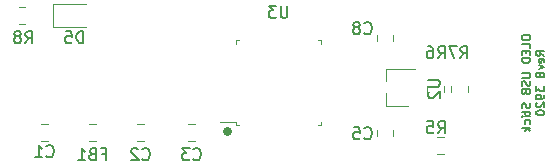
<source format=gbr>
%TF.GenerationSoftware,KiCad,Pcbnew,5.1.6-c6e7f7d~87~ubuntu18.04.1*%
%TF.CreationDate,2020-09-27T19:16:18+01:00*%
%TF.ProjectId,OLED_USB_Stick,4f4c4544-5f55-4534-925f-537469636b2e,rev?*%
%TF.SameCoordinates,Original*%
%TF.FileFunction,Legend,Bot*%
%TF.FilePolarity,Positive*%
%FSLAX46Y46*%
G04 Gerber Fmt 4.6, Leading zero omitted, Abs format (unit mm)*
G04 Created by KiCad (PCBNEW 5.1.6-c6e7f7d~87~ubuntu18.04.1) date 2020-09-27 19:16:18*
%MOMM*%
%LPD*%
G01*
G04 APERTURE LIST*
%ADD10C,0.150000*%
%ADD11C,0.800000*%
%ADD12C,0.120000*%
G04 APERTURE END LIST*
D10*
X181896666Y-74856666D02*
X181896666Y-74990000D01*
X181930000Y-75056666D01*
X181996666Y-75123333D01*
X182130000Y-75156666D01*
X182363333Y-75156666D01*
X182496666Y-75123333D01*
X182563333Y-75056666D01*
X182596666Y-74990000D01*
X182596666Y-74856666D01*
X182563333Y-74790000D01*
X182496666Y-74723333D01*
X182363333Y-74690000D01*
X182130000Y-74690000D01*
X181996666Y-74723333D01*
X181930000Y-74790000D01*
X181896666Y-74856666D01*
X182596666Y-75790000D02*
X182596666Y-75456666D01*
X181896666Y-75456666D01*
X182230000Y-76023333D02*
X182230000Y-76256666D01*
X182596666Y-76356666D02*
X182596666Y-76023333D01*
X181896666Y-76023333D01*
X181896666Y-76356666D01*
X182596666Y-76656666D02*
X181896666Y-76656666D01*
X181896666Y-76823333D01*
X181930000Y-76923333D01*
X181996666Y-76990000D01*
X182063333Y-77023333D01*
X182196666Y-77056666D01*
X182296666Y-77056666D01*
X182430000Y-77023333D01*
X182496666Y-76990000D01*
X182563333Y-76923333D01*
X182596666Y-76823333D01*
X182596666Y-76656666D01*
X181896666Y-77890000D02*
X182463333Y-77890000D01*
X182530000Y-77923333D01*
X182563333Y-77956666D01*
X182596666Y-78023333D01*
X182596666Y-78156666D01*
X182563333Y-78223333D01*
X182530000Y-78256666D01*
X182463333Y-78290000D01*
X181896666Y-78290000D01*
X182563333Y-78590000D02*
X182596666Y-78690000D01*
X182596666Y-78856666D01*
X182563333Y-78923333D01*
X182530000Y-78956666D01*
X182463333Y-78990000D01*
X182396666Y-78990000D01*
X182330000Y-78956666D01*
X182296666Y-78923333D01*
X182263333Y-78856666D01*
X182230000Y-78723333D01*
X182196666Y-78656666D01*
X182163333Y-78623333D01*
X182096666Y-78590000D01*
X182030000Y-78590000D01*
X181963333Y-78623333D01*
X181930000Y-78656666D01*
X181896666Y-78723333D01*
X181896666Y-78890000D01*
X181930000Y-78990000D01*
X182230000Y-79523333D02*
X182263333Y-79623333D01*
X182296666Y-79656666D01*
X182363333Y-79690000D01*
X182463333Y-79690000D01*
X182530000Y-79656666D01*
X182563333Y-79623333D01*
X182596666Y-79556666D01*
X182596666Y-79290000D01*
X181896666Y-79290000D01*
X181896666Y-79523333D01*
X181930000Y-79590000D01*
X181963333Y-79623333D01*
X182030000Y-79656666D01*
X182096666Y-79656666D01*
X182163333Y-79623333D01*
X182196666Y-79590000D01*
X182230000Y-79523333D01*
X182230000Y-79290000D01*
X182563333Y-80490000D02*
X182596666Y-80590000D01*
X182596666Y-80756666D01*
X182563333Y-80823333D01*
X182530000Y-80856666D01*
X182463333Y-80890000D01*
X182396666Y-80890000D01*
X182330000Y-80856666D01*
X182296666Y-80823333D01*
X182263333Y-80756666D01*
X182230000Y-80623333D01*
X182196666Y-80556666D01*
X182163333Y-80523333D01*
X182096666Y-80490000D01*
X182030000Y-80490000D01*
X181963333Y-80523333D01*
X181930000Y-80556666D01*
X181896666Y-80623333D01*
X181896666Y-80790000D01*
X181930000Y-80890000D01*
X182130000Y-81090000D02*
X182130000Y-81356666D01*
X181896666Y-81190000D02*
X182496666Y-81190000D01*
X182563333Y-81223333D01*
X182596666Y-81290000D01*
X182596666Y-81356666D01*
X182596666Y-81590000D02*
X182130000Y-81590000D01*
X181896666Y-81590000D02*
X181930000Y-81556666D01*
X181963333Y-81590000D01*
X181930000Y-81623333D01*
X181896666Y-81590000D01*
X181963333Y-81590000D01*
X182563333Y-82223333D02*
X182596666Y-82156666D01*
X182596666Y-82023333D01*
X182563333Y-81956666D01*
X182530000Y-81923333D01*
X182463333Y-81890000D01*
X182263333Y-81890000D01*
X182196666Y-81923333D01*
X182163333Y-81956666D01*
X182130000Y-82023333D01*
X182130000Y-82156666D01*
X182163333Y-82223333D01*
X182596666Y-82523333D02*
X181896666Y-82523333D01*
X182330000Y-82590000D02*
X182596666Y-82790000D01*
X182130000Y-82790000D02*
X182396666Y-82523333D01*
X183796666Y-76440000D02*
X183463333Y-76206666D01*
X183796666Y-76040000D02*
X183096666Y-76040000D01*
X183096666Y-76306666D01*
X183130000Y-76373333D01*
X183163333Y-76406666D01*
X183230000Y-76440000D01*
X183330000Y-76440000D01*
X183396666Y-76406666D01*
X183430000Y-76373333D01*
X183463333Y-76306666D01*
X183463333Y-76040000D01*
X183763333Y-77006666D02*
X183796666Y-76940000D01*
X183796666Y-76806666D01*
X183763333Y-76740000D01*
X183696666Y-76706666D01*
X183430000Y-76706666D01*
X183363333Y-76740000D01*
X183330000Y-76806666D01*
X183330000Y-76940000D01*
X183363333Y-77006666D01*
X183430000Y-77040000D01*
X183496666Y-77040000D01*
X183563333Y-76706666D01*
X183330000Y-77273333D02*
X183796666Y-77440000D01*
X183330000Y-77606666D01*
X183430000Y-78106666D02*
X183463333Y-78206666D01*
X183496666Y-78240000D01*
X183563333Y-78273333D01*
X183663333Y-78273333D01*
X183730000Y-78240000D01*
X183763333Y-78206666D01*
X183796666Y-78140000D01*
X183796666Y-77873333D01*
X183096666Y-77873333D01*
X183096666Y-78106666D01*
X183130000Y-78173333D01*
X183163333Y-78206666D01*
X183230000Y-78240000D01*
X183296666Y-78240000D01*
X183363333Y-78206666D01*
X183396666Y-78173333D01*
X183430000Y-78106666D01*
X183430000Y-77873333D01*
X183096666Y-79040000D02*
X183096666Y-79473333D01*
X183363333Y-79240000D01*
X183363333Y-79340000D01*
X183396666Y-79406666D01*
X183430000Y-79440000D01*
X183496666Y-79473333D01*
X183663333Y-79473333D01*
X183730000Y-79440000D01*
X183763333Y-79406666D01*
X183796666Y-79340000D01*
X183796666Y-79140000D01*
X183763333Y-79073333D01*
X183730000Y-79040000D01*
X183796666Y-79806666D02*
X183796666Y-79940000D01*
X183763333Y-80006666D01*
X183730000Y-80040000D01*
X183630000Y-80106666D01*
X183496666Y-80140000D01*
X183230000Y-80140000D01*
X183163333Y-80106666D01*
X183130000Y-80073333D01*
X183096666Y-80006666D01*
X183096666Y-79873333D01*
X183130000Y-79806666D01*
X183163333Y-79773333D01*
X183230000Y-79740000D01*
X183396666Y-79740000D01*
X183463333Y-79773333D01*
X183496666Y-79806666D01*
X183530000Y-79873333D01*
X183530000Y-80006666D01*
X183496666Y-80073333D01*
X183463333Y-80106666D01*
X183396666Y-80140000D01*
X183163333Y-80406666D02*
X183130000Y-80440000D01*
X183096666Y-80506666D01*
X183096666Y-80673333D01*
X183130000Y-80740000D01*
X183163333Y-80773333D01*
X183230000Y-80806666D01*
X183296666Y-80806666D01*
X183396666Y-80773333D01*
X183796666Y-80373333D01*
X183796666Y-80806666D01*
X183096666Y-81240000D02*
X183096666Y-81306666D01*
X183130000Y-81373333D01*
X183163333Y-81406666D01*
X183230000Y-81440000D01*
X183363333Y-81473333D01*
X183530000Y-81473333D01*
X183663333Y-81440000D01*
X183730000Y-81406666D01*
X183763333Y-81373333D01*
X183796666Y-81306666D01*
X183796666Y-81240000D01*
X183763333Y-81173333D01*
X183730000Y-81140000D01*
X183663333Y-81106666D01*
X183530000Y-81073333D01*
X183363333Y-81073333D01*
X183230000Y-81106666D01*
X183163333Y-81140000D01*
X183130000Y-81173333D01*
X183096666Y-81240000D01*
D11*
X156972000Y-82804000D02*
G75*
G03*
X156972000Y-82804000I0J0D01*
G01*
D12*
%TO.C,R8*%
X139834252Y-72315000D02*
X139311748Y-72315000D01*
X139834252Y-73735000D02*
X139311748Y-73735000D01*
%TO.C,D5*%
X145018000Y-73985000D02*
X142158000Y-73985000D01*
X142158000Y-73985000D02*
X142158000Y-72065000D01*
X142158000Y-72065000D02*
X145018000Y-72065000D01*
%TO.C,R7*%
X175883500Y-78986748D02*
X175883500Y-79509252D01*
X177303500Y-78986748D02*
X177303500Y-79509252D01*
%TO.C,R6*%
X173851500Y-78986748D02*
X173851500Y-79509252D01*
X175271500Y-78986748D02*
X175271500Y-79509252D01*
%TO.C,C3*%
X153662748Y-82221000D02*
X154185252Y-82221000D01*
X153662748Y-83641000D02*
X154185252Y-83641000D01*
%TO.C,C1*%
X141739252Y-83641000D02*
X141216748Y-83641000D01*
X141739252Y-82221000D02*
X141216748Y-82221000D01*
%TO.C,C2*%
X149344748Y-82221000D02*
X149867252Y-82221000D01*
X149344748Y-83641000D02*
X149867252Y-83641000D01*
%TO.C,FB1*%
X145280748Y-82221000D02*
X145803252Y-82221000D01*
X145280748Y-83641000D02*
X145803252Y-83641000D01*
%TO.C,R5*%
X175267252Y-83364000D02*
X174744748Y-83364000D01*
X175267252Y-84784000D02*
X174744748Y-84784000D01*
%TO.C,U3*%
X157680000Y-82050000D02*
X156365000Y-82050000D01*
X157680000Y-82350000D02*
X157680000Y-82050000D01*
X157980000Y-82350000D02*
X157680000Y-82350000D01*
X164900000Y-82350000D02*
X164900000Y-82050000D01*
X164600000Y-82350000D02*
X164900000Y-82350000D01*
X157680000Y-75130000D02*
X157680000Y-75430000D01*
X157980000Y-75130000D02*
X157680000Y-75130000D01*
X164900000Y-75130000D02*
X164900000Y-75430000D01*
X164600000Y-75130000D02*
X164900000Y-75130000D01*
%TO.C,U2*%
X170393000Y-77611000D02*
X172823000Y-77611000D01*
X170373000Y-77621000D02*
X170373000Y-78621000D01*
X170373000Y-80671000D02*
X172223000Y-80671000D01*
X170373000Y-79621000D02*
X170373000Y-80671000D01*
%TO.C,C8*%
X169597000Y-75191252D02*
X169597000Y-74668748D01*
X171017000Y-75191252D02*
X171017000Y-74668748D01*
%TO.C,C5*%
X169597000Y-83255752D02*
X169597000Y-82733248D01*
X171017000Y-83255752D02*
X171017000Y-82733248D01*
%TO.C,R8*%
D10*
X139866666Y-75382380D02*
X140200000Y-74906190D01*
X140438095Y-75382380D02*
X140438095Y-74382380D01*
X140057142Y-74382380D01*
X139961904Y-74430000D01*
X139914285Y-74477619D01*
X139866666Y-74572857D01*
X139866666Y-74715714D01*
X139914285Y-74810952D01*
X139961904Y-74858571D01*
X140057142Y-74906190D01*
X140438095Y-74906190D01*
X139295238Y-74810952D02*
X139390476Y-74763333D01*
X139438095Y-74715714D01*
X139485714Y-74620476D01*
X139485714Y-74572857D01*
X139438095Y-74477619D01*
X139390476Y-74430000D01*
X139295238Y-74382380D01*
X139104761Y-74382380D01*
X139009523Y-74430000D01*
X138961904Y-74477619D01*
X138914285Y-74572857D01*
X138914285Y-74620476D01*
X138961904Y-74715714D01*
X139009523Y-74763333D01*
X139104761Y-74810952D01*
X139295238Y-74810952D01*
X139390476Y-74858571D01*
X139438095Y-74906190D01*
X139485714Y-75001428D01*
X139485714Y-75191904D01*
X139438095Y-75287142D01*
X139390476Y-75334761D01*
X139295238Y-75382380D01*
X139104761Y-75382380D01*
X139009523Y-75334761D01*
X138961904Y-75287142D01*
X138914285Y-75191904D01*
X138914285Y-75001428D01*
X138961904Y-74906190D01*
X139009523Y-74858571D01*
X139104761Y-74810952D01*
%TO.C,D5*%
X144756095Y-75382380D02*
X144756095Y-74382380D01*
X144518000Y-74382380D01*
X144375142Y-74430000D01*
X144279904Y-74525238D01*
X144232285Y-74620476D01*
X144184666Y-74810952D01*
X144184666Y-74953809D01*
X144232285Y-75144285D01*
X144279904Y-75239523D01*
X144375142Y-75334761D01*
X144518000Y-75382380D01*
X144756095Y-75382380D01*
X143279904Y-74382380D02*
X143756095Y-74382380D01*
X143803714Y-74858571D01*
X143756095Y-74810952D01*
X143660857Y-74763333D01*
X143422761Y-74763333D01*
X143327523Y-74810952D01*
X143279904Y-74858571D01*
X143232285Y-74953809D01*
X143232285Y-75191904D01*
X143279904Y-75287142D01*
X143327523Y-75334761D01*
X143422761Y-75382380D01*
X143660857Y-75382380D01*
X143756095Y-75334761D01*
X143803714Y-75287142D01*
%TO.C,R7*%
X176696666Y-76652380D02*
X177030000Y-76176190D01*
X177268095Y-76652380D02*
X177268095Y-75652380D01*
X176887142Y-75652380D01*
X176791904Y-75700000D01*
X176744285Y-75747619D01*
X176696666Y-75842857D01*
X176696666Y-75985714D01*
X176744285Y-76080952D01*
X176791904Y-76128571D01*
X176887142Y-76176190D01*
X177268095Y-76176190D01*
X176363333Y-75652380D02*
X175696666Y-75652380D01*
X176125238Y-76652380D01*
%TO.C,R6*%
X174791666Y-76652380D02*
X175125000Y-76176190D01*
X175363095Y-76652380D02*
X175363095Y-75652380D01*
X174982142Y-75652380D01*
X174886904Y-75700000D01*
X174839285Y-75747619D01*
X174791666Y-75842857D01*
X174791666Y-75985714D01*
X174839285Y-76080952D01*
X174886904Y-76128571D01*
X174982142Y-76176190D01*
X175363095Y-76176190D01*
X173934523Y-75652380D02*
X174125000Y-75652380D01*
X174220238Y-75700000D01*
X174267857Y-75747619D01*
X174363095Y-75890476D01*
X174410714Y-76080952D01*
X174410714Y-76461904D01*
X174363095Y-76557142D01*
X174315476Y-76604761D01*
X174220238Y-76652380D01*
X174029761Y-76652380D01*
X173934523Y-76604761D01*
X173886904Y-76557142D01*
X173839285Y-76461904D01*
X173839285Y-76223809D01*
X173886904Y-76128571D01*
X173934523Y-76080952D01*
X174029761Y-76033333D01*
X174220238Y-76033333D01*
X174315476Y-76080952D01*
X174363095Y-76128571D01*
X174410714Y-76223809D01*
%TO.C,C3*%
X154090666Y-85193142D02*
X154138285Y-85240761D01*
X154281142Y-85288380D01*
X154376380Y-85288380D01*
X154519238Y-85240761D01*
X154614476Y-85145523D01*
X154662095Y-85050285D01*
X154709714Y-84859809D01*
X154709714Y-84716952D01*
X154662095Y-84526476D01*
X154614476Y-84431238D01*
X154519238Y-84336000D01*
X154376380Y-84288380D01*
X154281142Y-84288380D01*
X154138285Y-84336000D01*
X154090666Y-84383619D01*
X153757333Y-84288380D02*
X153138285Y-84288380D01*
X153471619Y-84669333D01*
X153328761Y-84669333D01*
X153233523Y-84716952D01*
X153185904Y-84764571D01*
X153138285Y-84859809D01*
X153138285Y-85097904D01*
X153185904Y-85193142D01*
X153233523Y-85240761D01*
X153328761Y-85288380D01*
X153614476Y-85288380D01*
X153709714Y-85240761D01*
X153757333Y-85193142D01*
%TO.C,C1*%
X141644666Y-84939142D02*
X141692285Y-84986761D01*
X141835142Y-85034380D01*
X141930380Y-85034380D01*
X142073238Y-84986761D01*
X142168476Y-84891523D01*
X142216095Y-84796285D01*
X142263714Y-84605809D01*
X142263714Y-84462952D01*
X142216095Y-84272476D01*
X142168476Y-84177238D01*
X142073238Y-84082000D01*
X141930380Y-84034380D01*
X141835142Y-84034380D01*
X141692285Y-84082000D01*
X141644666Y-84129619D01*
X140692285Y-85034380D02*
X141263714Y-85034380D01*
X140978000Y-85034380D02*
X140978000Y-84034380D01*
X141073238Y-84177238D01*
X141168476Y-84272476D01*
X141263714Y-84320095D01*
%TO.C,C2*%
X149772666Y-85193142D02*
X149820285Y-85240761D01*
X149963142Y-85288380D01*
X150058380Y-85288380D01*
X150201238Y-85240761D01*
X150296476Y-85145523D01*
X150344095Y-85050285D01*
X150391714Y-84859809D01*
X150391714Y-84716952D01*
X150344095Y-84526476D01*
X150296476Y-84431238D01*
X150201238Y-84336000D01*
X150058380Y-84288380D01*
X149963142Y-84288380D01*
X149820285Y-84336000D01*
X149772666Y-84383619D01*
X149391714Y-84383619D02*
X149344095Y-84336000D01*
X149248857Y-84288380D01*
X149010761Y-84288380D01*
X148915523Y-84336000D01*
X148867904Y-84383619D01*
X148820285Y-84478857D01*
X148820285Y-84574095D01*
X148867904Y-84716952D01*
X149439333Y-85288380D01*
X148820285Y-85288380D01*
%TO.C,FB1*%
X146375333Y-84764571D02*
X146708666Y-84764571D01*
X146708666Y-85288380D02*
X146708666Y-84288380D01*
X146232476Y-84288380D01*
X145518190Y-84764571D02*
X145375333Y-84812190D01*
X145327714Y-84859809D01*
X145280095Y-84955047D01*
X145280095Y-85097904D01*
X145327714Y-85193142D01*
X145375333Y-85240761D01*
X145470571Y-85288380D01*
X145851523Y-85288380D01*
X145851523Y-84288380D01*
X145518190Y-84288380D01*
X145422952Y-84336000D01*
X145375333Y-84383619D01*
X145327714Y-84478857D01*
X145327714Y-84574095D01*
X145375333Y-84669333D01*
X145422952Y-84716952D01*
X145518190Y-84764571D01*
X145851523Y-84764571D01*
X144327714Y-85288380D02*
X144899142Y-85288380D01*
X144613428Y-85288380D02*
X144613428Y-84288380D01*
X144708666Y-84431238D01*
X144803904Y-84526476D01*
X144899142Y-84574095D01*
%TO.C,R5*%
X174791666Y-83002380D02*
X175125000Y-82526190D01*
X175363095Y-83002380D02*
X175363095Y-82002380D01*
X174982142Y-82002380D01*
X174886904Y-82050000D01*
X174839285Y-82097619D01*
X174791666Y-82192857D01*
X174791666Y-82335714D01*
X174839285Y-82430952D01*
X174886904Y-82478571D01*
X174982142Y-82526190D01*
X175363095Y-82526190D01*
X173886904Y-82002380D02*
X174363095Y-82002380D01*
X174410714Y-82478571D01*
X174363095Y-82430952D01*
X174267857Y-82383333D01*
X174029761Y-82383333D01*
X173934523Y-82430952D01*
X173886904Y-82478571D01*
X173839285Y-82573809D01*
X173839285Y-82811904D01*
X173886904Y-82907142D01*
X173934523Y-82954761D01*
X174029761Y-83002380D01*
X174267857Y-83002380D01*
X174363095Y-82954761D01*
X174410714Y-82907142D01*
%TO.C,U3*%
X162051904Y-72223380D02*
X162051904Y-73032904D01*
X162004285Y-73128142D01*
X161956666Y-73175761D01*
X161861428Y-73223380D01*
X161670952Y-73223380D01*
X161575714Y-73175761D01*
X161528095Y-73128142D01*
X161480476Y-73032904D01*
X161480476Y-72223380D01*
X161099523Y-72223380D02*
X160480476Y-72223380D01*
X160813809Y-72604333D01*
X160670952Y-72604333D01*
X160575714Y-72651952D01*
X160528095Y-72699571D01*
X160480476Y-72794809D01*
X160480476Y-73032904D01*
X160528095Y-73128142D01*
X160575714Y-73175761D01*
X160670952Y-73223380D01*
X160956666Y-73223380D01*
X161051904Y-73175761D01*
X161099523Y-73128142D01*
%TO.C,U2*%
X173950380Y-78486095D02*
X174759904Y-78486095D01*
X174855142Y-78533714D01*
X174902761Y-78581333D01*
X174950380Y-78676571D01*
X174950380Y-78867047D01*
X174902761Y-78962285D01*
X174855142Y-79009904D01*
X174759904Y-79057523D01*
X173950380Y-79057523D01*
X174045619Y-79486095D02*
X173998000Y-79533714D01*
X173950380Y-79628952D01*
X173950380Y-79867047D01*
X173998000Y-79962285D01*
X174045619Y-80009904D01*
X174140857Y-80057523D01*
X174236095Y-80057523D01*
X174378952Y-80009904D01*
X174950380Y-79438476D01*
X174950380Y-80057523D01*
%TO.C,C8*%
X168568666Y-74525142D02*
X168616285Y-74572761D01*
X168759142Y-74620380D01*
X168854380Y-74620380D01*
X168997238Y-74572761D01*
X169092476Y-74477523D01*
X169140095Y-74382285D01*
X169187714Y-74191809D01*
X169187714Y-74048952D01*
X169140095Y-73858476D01*
X169092476Y-73763238D01*
X168997238Y-73668000D01*
X168854380Y-73620380D01*
X168759142Y-73620380D01*
X168616285Y-73668000D01*
X168568666Y-73715619D01*
X167997238Y-74048952D02*
X168092476Y-74001333D01*
X168140095Y-73953714D01*
X168187714Y-73858476D01*
X168187714Y-73810857D01*
X168140095Y-73715619D01*
X168092476Y-73668000D01*
X167997238Y-73620380D01*
X167806761Y-73620380D01*
X167711523Y-73668000D01*
X167663904Y-73715619D01*
X167616285Y-73810857D01*
X167616285Y-73858476D01*
X167663904Y-73953714D01*
X167711523Y-74001333D01*
X167806761Y-74048952D01*
X167997238Y-74048952D01*
X168092476Y-74096571D01*
X168140095Y-74144190D01*
X168187714Y-74239428D01*
X168187714Y-74429904D01*
X168140095Y-74525142D01*
X168092476Y-74572761D01*
X167997238Y-74620380D01*
X167806761Y-74620380D01*
X167711523Y-74572761D01*
X167663904Y-74525142D01*
X167616285Y-74429904D01*
X167616285Y-74239428D01*
X167663904Y-74144190D01*
X167711523Y-74096571D01*
X167806761Y-74048952D01*
%TO.C,C5*%
X168568666Y-83415142D02*
X168616285Y-83462761D01*
X168759142Y-83510380D01*
X168854380Y-83510380D01*
X168997238Y-83462761D01*
X169092476Y-83367523D01*
X169140095Y-83272285D01*
X169187714Y-83081809D01*
X169187714Y-82938952D01*
X169140095Y-82748476D01*
X169092476Y-82653238D01*
X168997238Y-82558000D01*
X168854380Y-82510380D01*
X168759142Y-82510380D01*
X168616285Y-82558000D01*
X168568666Y-82605619D01*
X167663904Y-82510380D02*
X168140095Y-82510380D01*
X168187714Y-82986571D01*
X168140095Y-82938952D01*
X168044857Y-82891333D01*
X167806761Y-82891333D01*
X167711523Y-82938952D01*
X167663904Y-82986571D01*
X167616285Y-83081809D01*
X167616285Y-83319904D01*
X167663904Y-83415142D01*
X167711523Y-83462761D01*
X167806761Y-83510380D01*
X168044857Y-83510380D01*
X168140095Y-83462761D01*
X168187714Y-83415142D01*
%TD*%
M02*

</source>
